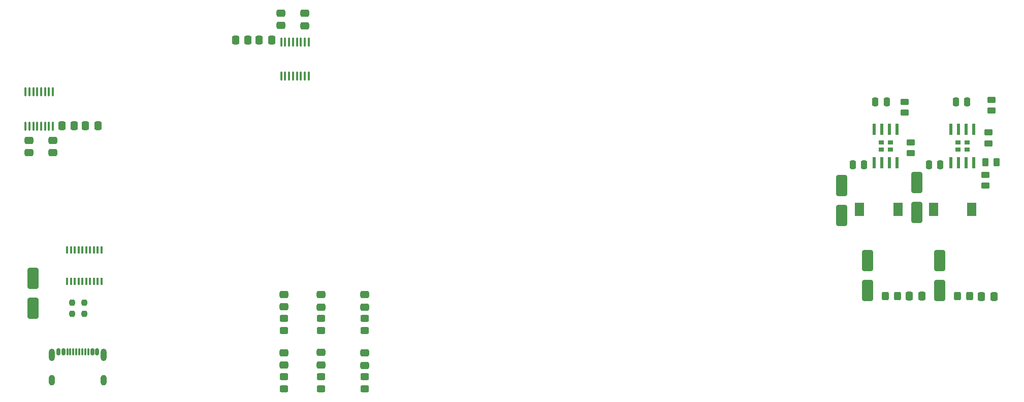
<source format=gbr>
%TF.GenerationSoftware,KiCad,Pcbnew,8.0.5*%
%TF.CreationDate,2024-10-01T19:03:58-07:00*%
%TF.ProjectId,MRIRobot_PCB,4d524952-6f62-46f7-945f-5043422e6b69,rev?*%
%TF.SameCoordinates,Original*%
%TF.FileFunction,Paste,Top*%
%TF.FilePolarity,Positive*%
%FSLAX46Y46*%
G04 Gerber Fmt 4.6, Leading zero omitted, Abs format (unit mm)*
G04 Created by KiCad (PCBNEW 8.0.5) date 2024-10-01 19:03:58*
%MOMM*%
%LPD*%
G01*
G04 APERTURE LIST*
G04 Aperture macros list*
%AMRoundRect*
0 Rectangle with rounded corners*
0 $1 Rounding radius*
0 $2 $3 $4 $5 $6 $7 $8 $9 X,Y pos of 4 corners*
0 Add a 4 corners polygon primitive as box body*
4,1,4,$2,$3,$4,$5,$6,$7,$8,$9,$2,$3,0*
0 Add four circle primitives for the rounded corners*
1,1,$1+$1,$2,$3*
1,1,$1+$1,$4,$5*
1,1,$1+$1,$6,$7*
1,1,$1+$1,$8,$9*
0 Add four rect primitives between the rounded corners*
20,1,$1+$1,$2,$3,$4,$5,0*
20,1,$1+$1,$4,$5,$6,$7,0*
20,1,$1+$1,$6,$7,$8,$9,0*
20,1,$1+$1,$8,$9,$2,$3,0*%
G04 Aperture macros list end*
%ADD10RoundRect,0.250000X0.475000X-0.337500X0.475000X0.337500X-0.475000X0.337500X-0.475000X-0.337500X0*%
%ADD11RoundRect,0.250000X-0.450000X0.262500X-0.450000X-0.262500X0.450000X-0.262500X0.450000X0.262500X0*%
%ADD12R,0.610000X1.910000*%
%ADD13R,0.930000X0.723000*%
%ADD14RoundRect,0.250000X0.450000X-0.262500X0.450000X0.262500X-0.450000X0.262500X-0.450000X-0.262500X0*%
%ADD15RoundRect,0.250000X-0.650000X1.500000X-0.650000X-1.500000X0.650000X-1.500000X0.650000X1.500000X0*%
%ADD16RoundRect,0.250000X-0.450000X0.325000X-0.450000X-0.325000X0.450000X-0.325000X0.450000X0.325000X0*%
%ADD17RoundRect,0.250000X0.325000X0.450000X-0.325000X0.450000X-0.325000X-0.450000X0.325000X-0.450000X0*%
%ADD18RoundRect,0.250000X-0.337500X-0.475000X0.337500X-0.475000X0.337500X0.475000X-0.337500X0.475000X0*%
%ADD19RoundRect,0.100000X0.100000X-0.637500X0.100000X0.637500X-0.100000X0.637500X-0.100000X-0.637500X0*%
%ADD20RoundRect,0.250000X-0.475000X0.337500X-0.475000X-0.337500X0.475000X-0.337500X0.475000X0.337500X0*%
%ADD21RoundRect,0.250000X0.650000X-1.500000X0.650000X1.500000X-0.650000X1.500000X-0.650000X-1.500000X0*%
%ADD22RoundRect,0.250000X-0.262500X-0.450000X0.262500X-0.450000X0.262500X0.450000X-0.262500X0.450000X0*%
%ADD23R,0.400000X1.200000*%
%ADD24R,1.500000X2.200000*%
%ADD25RoundRect,0.250000X-0.250000X-0.475000X0.250000X-0.475000X0.250000X0.475000X-0.250000X0.475000X0*%
%ADD26RoundRect,0.250000X0.250000X0.475000X-0.250000X0.475000X-0.250000X-0.475000X0.250000X-0.475000X0*%
%ADD27RoundRect,0.237500X0.237500X-0.250000X0.237500X0.250000X-0.237500X0.250000X-0.237500X-0.250000X0*%
%ADD28RoundRect,0.250000X0.337500X0.475000X-0.337500X0.475000X-0.337500X-0.475000X0.337500X-0.475000X0*%
%ADD29RoundRect,0.150000X-0.150000X-0.425000X0.150000X-0.425000X0.150000X0.425000X-0.150000X0.425000X0*%
%ADD30RoundRect,0.075000X-0.075000X-0.500000X0.075000X-0.500000X0.075000X0.500000X-0.075000X0.500000X0*%
%ADD31O,1.000000X2.100000*%
%ADD32O,1.000000X1.800000*%
%ADD33RoundRect,0.100000X-0.100000X0.637500X-0.100000X-0.637500X0.100000X-0.637500X0.100000X0.637500X0*%
G04 APERTURE END LIST*
D10*
%TO.C,C22*%
X109500000Y-103825000D03*
X109500000Y-101750000D03*
%TD*%
D11*
%TO.C,R58*%
X224000000Y-116175000D03*
X224000000Y-118000000D03*
%TD*%
D12*
%TO.C,U4*%
X204460000Y-126677500D03*
X205730000Y-126677500D03*
X207000000Y-126677500D03*
X208270000Y-126677500D03*
X208270000Y-121117500D03*
X207000000Y-121117500D03*
X205730000Y-121117500D03*
X204460000Y-121117500D03*
D13*
X205590000Y-124500000D03*
X207140000Y-124500000D03*
X205590000Y-123295000D03*
X207140000Y-123295000D03*
%TD*%
D14*
%TO.C,R63*%
X223000000Y-130530000D03*
X223000000Y-128705000D03*
%TD*%
D15*
%TO.C,D1*%
X64250000Y-146000000D03*
X64250000Y-151000000D03*
%TD*%
D16*
%TO.C,D12*%
X119500000Y-152662500D03*
X119500000Y-154712500D03*
%TD*%
D17*
%TO.C,D7*%
X220317621Y-149000000D03*
X218267621Y-149000000D03*
%TD*%
D18*
%TO.C,R69*%
X222292621Y-149040000D03*
X224367621Y-149040000D03*
%TD*%
D19*
%TO.C,U3*%
X105600000Y-112250000D03*
X106250000Y-112250000D03*
X106900000Y-112250000D03*
X107550000Y-112250000D03*
X108200000Y-112250000D03*
X108850000Y-112250000D03*
X109500000Y-112250000D03*
X110150000Y-112250000D03*
X110150000Y-106525000D03*
X109500000Y-106525000D03*
X108850000Y-106525000D03*
X108200000Y-106525000D03*
X107550000Y-106525000D03*
X106900000Y-106525000D03*
X106250000Y-106525000D03*
X105600000Y-106525000D03*
%TD*%
D20*
%TO.C,C23*%
X63500000Y-122962500D03*
X63500000Y-125037500D03*
%TD*%
D12*
%TO.C,U5*%
X217230000Y-126677500D03*
X218500000Y-126677500D03*
X219770000Y-126677500D03*
X221040000Y-126677500D03*
X221040000Y-121117500D03*
X219770000Y-121117500D03*
X218500000Y-121117500D03*
X217230000Y-121117500D03*
D13*
X218360000Y-124500000D03*
X219910000Y-124500000D03*
X218360000Y-123295000D03*
X219910000Y-123295000D03*
%TD*%
D18*
%TO.C,R68*%
X210292621Y-149000000D03*
X212367621Y-149000000D03*
%TD*%
D10*
%TO.C,R6*%
X112250000Y-150787500D03*
X112250000Y-148712500D03*
%TD*%
D21*
%TO.C,D4*%
X203317621Y-148000000D03*
X203317621Y-143000000D03*
%TD*%
D11*
%TO.C,R56*%
X209500000Y-116500000D03*
X209500000Y-118325000D03*
%TD*%
D22*
%TO.C,R62*%
X223000000Y-126617500D03*
X224825000Y-126617500D03*
%TD*%
D21*
%TO.C,D5*%
X215317621Y-148000000D03*
X215317621Y-143000000D03*
%TD*%
D11*
%TO.C,R57*%
X210500000Y-123292500D03*
X210500000Y-125117500D03*
%TD*%
D16*
%TO.C,D9*%
X106000000Y-152687500D03*
X106000000Y-154737500D03*
%TD*%
D10*
%TO.C,R74*%
X112250000Y-160462500D03*
X112250000Y-158387500D03*
%TD*%
%TO.C,C27*%
X105500000Y-103787500D03*
X105500000Y-101712500D03*
%TD*%
D16*
%TO.C,D11*%
X119500000Y-162437500D03*
X119500000Y-164487500D03*
%TD*%
D10*
%TO.C,R70*%
X106000000Y-160500000D03*
X106000000Y-158425000D03*
%TD*%
D23*
%TO.C,U2*%
X75607500Y-141300000D03*
X74972500Y-141300000D03*
X74337500Y-141300000D03*
X73702500Y-141300000D03*
X73067500Y-141300000D03*
X72432500Y-141300000D03*
X71797500Y-141300000D03*
X71162500Y-141300000D03*
X70527500Y-141300000D03*
X69892500Y-141300000D03*
X69892500Y-146500000D03*
X70527500Y-146500000D03*
X71162500Y-146500000D03*
X71797500Y-146500000D03*
X72432500Y-146500000D03*
X73067500Y-146500000D03*
X73702500Y-146500000D03*
X74337500Y-146500000D03*
X74972500Y-146500000D03*
X75607500Y-146500000D03*
%TD*%
D24*
%TO.C,L1*%
X202000000Y-134500000D03*
X208400000Y-134500000D03*
%TD*%
D25*
%TO.C,C5*%
X218050000Y-116500000D03*
X219950000Y-116500000D03*
%TD*%
D26*
%TO.C,C9*%
X215450000Y-127000000D03*
X213550000Y-127000000D03*
%TD*%
D18*
%TO.C,R20*%
X101925000Y-106250000D03*
X104000000Y-106250000D03*
%TD*%
D21*
%TO.C,D2*%
X199000000Y-135500000D03*
X199000000Y-130500000D03*
%TD*%
D27*
%TO.C,R22*%
X70750000Y-151912500D03*
X70750000Y-150087500D03*
%TD*%
D10*
%TO.C,R5*%
X119500000Y-150787500D03*
X119500000Y-148712500D03*
%TD*%
D20*
%TO.C,C26*%
X67500000Y-122962500D03*
X67500000Y-125037500D03*
%TD*%
D28*
%TO.C,R23*%
X71075000Y-120500000D03*
X69000000Y-120500000D03*
%TD*%
D10*
%TO.C,R75*%
X119460000Y-160537500D03*
X119460000Y-158462500D03*
%TD*%
D29*
%TO.C,J4*%
X68480000Y-158245000D03*
X69280000Y-158245000D03*
D30*
X70430000Y-158245000D03*
X71430000Y-158245000D03*
X71930000Y-158245000D03*
X72930000Y-158245000D03*
D29*
X74080000Y-158245000D03*
X74880000Y-158245000D03*
X74880000Y-158245000D03*
X74080000Y-158245000D03*
D30*
X73430000Y-158245000D03*
X72430000Y-158245000D03*
X70930000Y-158245000D03*
X69930000Y-158245000D03*
D29*
X69280000Y-158245000D03*
X68480000Y-158245000D03*
D31*
X67360000Y-158820000D03*
D32*
X67360000Y-163000000D03*
D31*
X76000000Y-158820000D03*
D32*
X76000000Y-163000000D03*
%TD*%
D18*
%TO.C,C25*%
X72962500Y-120500000D03*
X75037500Y-120500000D03*
%TD*%
D21*
%TO.C,D3*%
X211500000Y-135000000D03*
X211500000Y-130000000D03*
%TD*%
D33*
%TO.C,U6*%
X67525000Y-114887500D03*
X66875000Y-114887500D03*
X66225000Y-114887500D03*
X65575000Y-114887500D03*
X64925000Y-114887500D03*
X64275000Y-114887500D03*
X63625000Y-114887500D03*
X62975000Y-114887500D03*
X62975000Y-120612500D03*
X63625000Y-120612500D03*
X64275000Y-120612500D03*
X64925000Y-120612500D03*
X65575000Y-120612500D03*
X66225000Y-120612500D03*
X66875000Y-120612500D03*
X67525000Y-120612500D03*
%TD*%
D26*
%TO.C,C8*%
X202750000Y-127000000D03*
X200850000Y-127000000D03*
%TD*%
D17*
%TO.C,D6*%
X208317621Y-149000000D03*
X206267621Y-149000000D03*
%TD*%
D16*
%TO.C,D10*%
X112250000Y-162400000D03*
X112250000Y-164450000D03*
%TD*%
D24*
%TO.C,L2*%
X214300000Y-134500000D03*
X220700000Y-134500000D03*
%TD*%
D16*
%TO.C,D8*%
X106000000Y-162437500D03*
X106000000Y-164487500D03*
%TD*%
D27*
%TO.C,R21*%
X72750000Y-151912500D03*
X72750000Y-150087500D03*
%TD*%
D16*
%TO.C,D13*%
X112250000Y-152662500D03*
X112250000Y-154712500D03*
%TD*%
D25*
%TO.C,C4*%
X204600000Y-116500000D03*
X206500000Y-116500000D03*
%TD*%
D11*
%TO.C,R59*%
X223500000Y-121617500D03*
X223500000Y-123442500D03*
%TD*%
D28*
%TO.C,C24*%
X100037500Y-106250000D03*
X97962500Y-106250000D03*
%TD*%
D10*
%TO.C,R71*%
X106000000Y-150750000D03*
X106000000Y-148675000D03*
%TD*%
M02*

</source>
